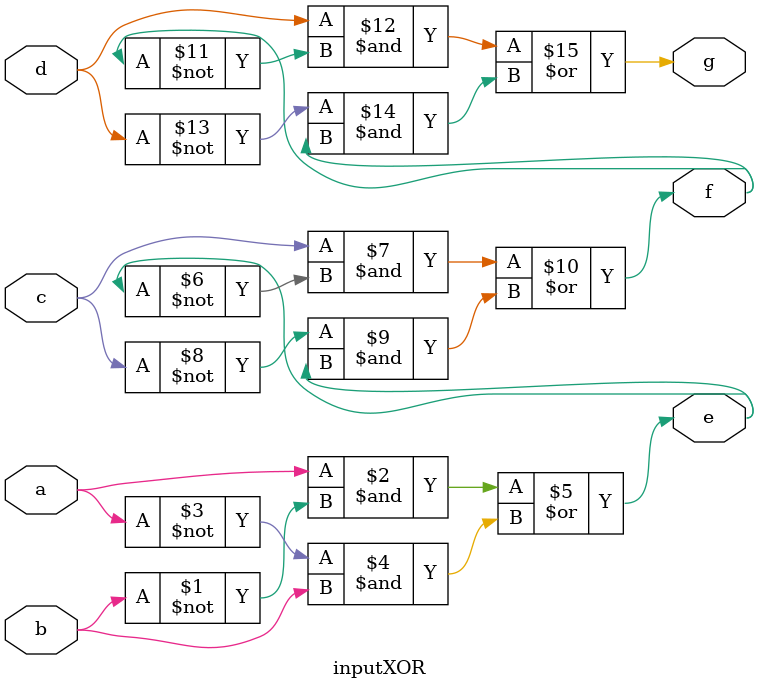
<source format=v>
`timescale 1ns / 1ps

module inputXOR(
    input a,b,c,d,
    output e,f,g
    );
    assign e=(a&~b)|(~a&b);
    assign f=(c&~e)|(~c&e);
    assign g=(d&~f)|(~d&f);
endmodule

</source>
